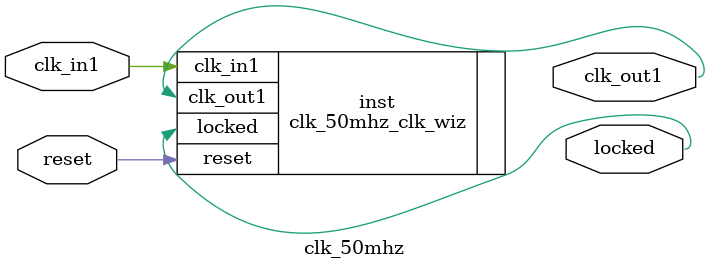
<source format=v>


`timescale 1ps/1ps

(* CORE_GENERATION_INFO = "clk_50mhz,clk_wiz_v6_0_13_0_0,{component_name=clk_50mhz,use_phase_alignment=true,use_min_o_jitter=false,use_max_i_jitter=false,use_dyn_phase_shift=false,use_inclk_switchover=false,use_dyn_reconfig=false,enable_axi=0,feedback_source=FDBK_AUTO,PRIMITIVE=MMCM,num_out_clk=1,clkin1_period=10.000,clkin2_period=10.000,use_power_down=false,use_reset=true,use_locked=true,use_inclk_stopped=false,feedback_type=SINGLE,CLOCK_MGR_TYPE=NA,manual_override=false}" *)

module clk_50mhz 
 (
  // Clock out ports
  output        clk_out1,
  // Status and control signals
  input         reset,
  output        locked,
 // Clock in ports
  input         clk_in1
 );

  clk_50mhz_clk_wiz inst
  (
  // Clock out ports  
  .clk_out1(clk_out1),
  // Status and control signals               
  .reset(reset), 
  .locked(locked),
 // Clock in ports
  .clk_in1(clk_in1)
  );

endmodule

</source>
